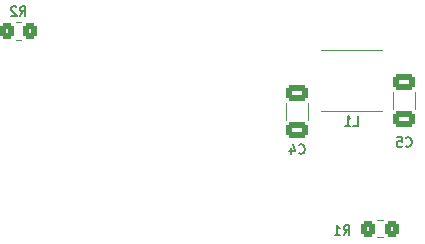
<source format=gbo>
G04 #@! TF.GenerationSoftware,KiCad,Pcbnew,(6.0.6)*
G04 #@! TF.CreationDate,2022-08-27T12:40:56+02:00*
G04 #@! TF.ProjectId,afe-power-supply,6166652d-706f-4776-9572-2d737570706c,rev?*
G04 #@! TF.SameCoordinates,Original*
G04 #@! TF.FileFunction,Legend,Bot*
G04 #@! TF.FilePolarity,Positive*
%FSLAX46Y46*%
G04 Gerber Fmt 4.6, Leading zero omitted, Abs format (unit mm)*
G04 Created by KiCad (PCBNEW (6.0.6)) date 2022-08-27 12:40:56*
%MOMM*%
%LPD*%
G01*
G04 APERTURE LIST*
G04 Aperture macros list*
%AMRoundRect*
0 Rectangle with rounded corners*
0 $1 Rounding radius*
0 $2 $3 $4 $5 $6 $7 $8 $9 X,Y pos of 4 corners*
0 Add a 4 corners polygon primitive as box body*
4,1,4,$2,$3,$4,$5,$6,$7,$8,$9,$2,$3,0*
0 Add four circle primitives for the rounded corners*
1,1,$1+$1,$2,$3*
1,1,$1+$1,$4,$5*
1,1,$1+$1,$6,$7*
1,1,$1+$1,$8,$9*
0 Add four rect primitives between the rounded corners*
20,1,$1+$1,$2,$3,$4,$5,0*
20,1,$1+$1,$4,$5,$6,$7,0*
20,1,$1+$1,$6,$7,$8,$9,0*
20,1,$1+$1,$8,$9,$2,$3,0*%
G04 Aperture macros list end*
%ADD10C,0.150000*%
%ADD11C,0.120000*%
%ADD12C,3.200000*%
%ADD13R,2.400000X2.400000*%
%ADD14C,2.400000*%
%ADD15R,2.600000X2.600000*%
%ADD16C,2.600000*%
%ADD17R,1.700000X1.700000*%
%ADD18R,1.600000X2.400000*%
%ADD19O,1.600000X2.400000*%
%ADD20R,2.000000X2.000000*%
%ADD21C,2.000000*%
%ADD22RoundRect,0.250000X-0.650000X0.412500X-0.650000X-0.412500X0.650000X-0.412500X0.650000X0.412500X0*%
%ADD23RoundRect,0.250000X-0.350000X-0.450000X0.350000X-0.450000X0.350000X0.450000X-0.350000X0.450000X0*%
%ADD24R,1.500000X4.000000*%
G04 APERTURE END LIST*
D10*
X102383333Y-41735714D02*
X102421428Y-41773809D01*
X102535714Y-41811904D01*
X102611904Y-41811904D01*
X102726190Y-41773809D01*
X102802380Y-41697619D01*
X102840476Y-41621428D01*
X102878571Y-41469047D01*
X102878571Y-41354761D01*
X102840476Y-41202380D01*
X102802380Y-41126190D01*
X102726190Y-41050000D01*
X102611904Y-41011904D01*
X102535714Y-41011904D01*
X102421428Y-41050000D01*
X102383333Y-41088095D01*
X101697619Y-41278571D02*
X101697619Y-41811904D01*
X101888095Y-40973809D02*
X102078571Y-41545238D01*
X101583333Y-41545238D01*
X111433333Y-41135714D02*
X111471428Y-41173809D01*
X111585714Y-41211904D01*
X111661904Y-41211904D01*
X111776190Y-41173809D01*
X111852380Y-41097619D01*
X111890476Y-41021428D01*
X111928571Y-40869047D01*
X111928571Y-40754761D01*
X111890476Y-40602380D01*
X111852380Y-40526190D01*
X111776190Y-40450000D01*
X111661904Y-40411904D01*
X111585714Y-40411904D01*
X111471428Y-40450000D01*
X111433333Y-40488095D01*
X110709523Y-40411904D02*
X111090476Y-40411904D01*
X111128571Y-40792857D01*
X111090476Y-40754761D01*
X111014285Y-40716666D01*
X110823809Y-40716666D01*
X110747619Y-40754761D01*
X110709523Y-40792857D01*
X110671428Y-40869047D01*
X110671428Y-41059523D01*
X110709523Y-41135714D01*
X110747619Y-41173809D01*
X110823809Y-41211904D01*
X111014285Y-41211904D01*
X111090476Y-41173809D01*
X111128571Y-41135714D01*
X78783333Y-30111904D02*
X79050000Y-29730952D01*
X79240476Y-30111904D02*
X79240476Y-29311904D01*
X78935714Y-29311904D01*
X78859523Y-29350000D01*
X78821428Y-29388095D01*
X78783333Y-29464285D01*
X78783333Y-29578571D01*
X78821428Y-29654761D01*
X78859523Y-29692857D01*
X78935714Y-29730952D01*
X79240476Y-29730952D01*
X78478571Y-29388095D02*
X78440476Y-29350000D01*
X78364285Y-29311904D01*
X78173809Y-29311904D01*
X78097619Y-29350000D01*
X78059523Y-29388095D01*
X78021428Y-29464285D01*
X78021428Y-29540476D01*
X78059523Y-29654761D01*
X78516666Y-30111904D01*
X78021428Y-30111904D01*
X106983333Y-39411904D02*
X107364285Y-39411904D01*
X107364285Y-38611904D01*
X106297619Y-39411904D02*
X106754761Y-39411904D01*
X106526190Y-39411904D02*
X106526190Y-38611904D01*
X106602380Y-38726190D01*
X106678571Y-38802380D01*
X106754761Y-38840476D01*
X106183333Y-48661904D02*
X106450000Y-48280952D01*
X106640476Y-48661904D02*
X106640476Y-47861904D01*
X106335714Y-47861904D01*
X106259523Y-47900000D01*
X106221428Y-47938095D01*
X106183333Y-48014285D01*
X106183333Y-48128571D01*
X106221428Y-48204761D01*
X106259523Y-48242857D01*
X106335714Y-48280952D01*
X106640476Y-48280952D01*
X105421428Y-48661904D02*
X105878571Y-48661904D01*
X105650000Y-48661904D02*
X105650000Y-47861904D01*
X105726190Y-47976190D01*
X105802380Y-48052380D01*
X105878571Y-48090476D01*
D11*
X101340000Y-37538748D02*
X101340000Y-38961252D01*
X103160000Y-37538748D02*
X103160000Y-38961252D01*
X110390000Y-36588748D02*
X110390000Y-38011252D01*
X112210000Y-36588748D02*
X112210000Y-38011252D01*
X78422936Y-30665000D02*
X78877064Y-30665000D01*
X78422936Y-32135000D02*
X78877064Y-32135000D01*
X104300000Y-38150000D02*
X109400000Y-38150000D01*
X104300000Y-33050000D02*
X109400000Y-33050000D01*
X109022936Y-47415000D02*
X109477064Y-47415000D01*
X109022936Y-48885000D02*
X109477064Y-48885000D01*
%LPC*%
D12*
X145350000Y-58300000D03*
X145350000Y-17350000D03*
X76800000Y-58300000D03*
X76800000Y-17350000D03*
D13*
X94537246Y-21200000D03*
D14*
X102037246Y-21200000D03*
D15*
X78495000Y-36055000D03*
D16*
X78495000Y-41135000D03*
D15*
X144000000Y-43160000D03*
D16*
X144000000Y-38080000D03*
X144000000Y-33000000D03*
D17*
X110250000Y-51250000D03*
D18*
X108250000Y-45400000D03*
D19*
X110790000Y-45400000D03*
X113330000Y-45400000D03*
X128570000Y-45400000D03*
X133650000Y-45400000D03*
X133650000Y-30160000D03*
X128570000Y-30160000D03*
X113330000Y-30160000D03*
X110790000Y-30160000D03*
D13*
X97700000Y-34137246D03*
D14*
X97700000Y-41637246D03*
D20*
X86867500Y-46107500D03*
D21*
X86867500Y-41107500D03*
X86867500Y-36107500D03*
X86867500Y-31107500D03*
D13*
X93750000Y-54550000D03*
D14*
X101250000Y-54550000D03*
D22*
X102250000Y-36687500D03*
X102250000Y-39812500D03*
X111300000Y-35737500D03*
X111300000Y-38862500D03*
D23*
X77650000Y-31400000D03*
X79650000Y-31400000D03*
D24*
X105050000Y-35600000D03*
X108650000Y-35600000D03*
D23*
X108250000Y-48150000D03*
X110250000Y-48150000D03*
M02*

</source>
